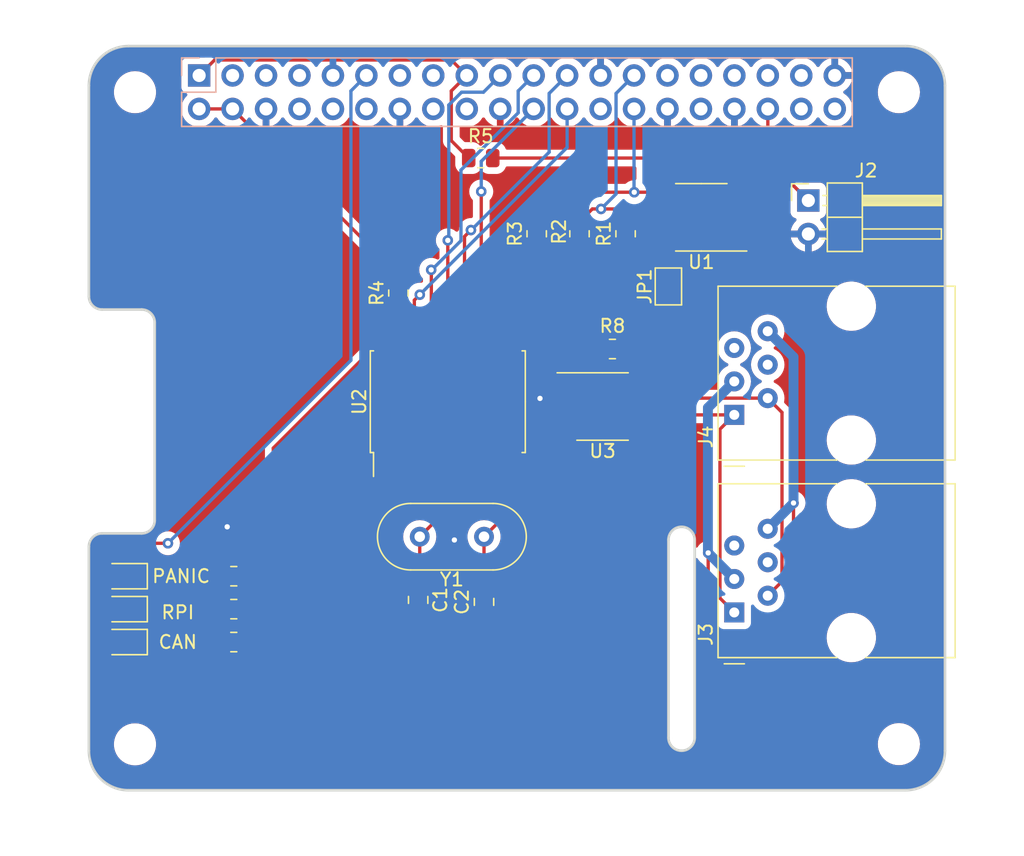
<source format=kicad_pcb>
(kicad_pcb (version 20221018) (generator pcbnew)
  (layers (0 "F.Cu" signal) (31 "B.Cu" signal) (34 "B.Paste" user) (35 "F.Paste" user) (36 "B.SilkS" user "B.Silkscreen") (37 "F.SilkS" user "F.Silkscreen") (38 "B.Mask" user) (39 "F.Mask" user) (44 "Edge.Cuts" user))
  (net 0 "")
  (net 1 "OSC2")
  (net 2 "GND")
  (net 3 "OSC1")
  (net 4 "Net-(D1-Pad1)")
  (net 5 "CAN_+5V")
  (net 6 "Net-(D2-Pad1)")
  (net 7 "+5V")
  (net 8 "Net-(D3-Pad1)")
  (net 9 "PANIC")
  (net 10 "+3V3")
  (net 21 "MOSI")
  (net 22 "MISO")
  (net 23 "CAN_INT")
  (net 24 "SCLK")
  (net 25 "~{CS}")
  (net 32 "TIRETTE")
  (net 36 "CAN_L")
  (net 37 "CAN_H")
  (net 40 "CAN_GND")
  (net 41 "Net-(R1-Pad2)")
  (net 42 "+3.3V")
  (net 43 "ID_SD_EEPROM")
  (net 44 "ID_SC_EEPROM")
  (net 45 "Net-(R4-Pad1)")
  (net 46 "Net-(R8-Pad1)")
  (net 47 "RXD")
  (net 48 "TXD")
  (footprint "Resistor_SMD:R_0805_2012Metric" (layer "F.Cu") (at 180.75 80.5)
    (fp_text reference "R5" (at 0 -1.65) (layer "F.SilkS"))
    (fp_text value "1k")
    (fp_line (start -0.227064 -0.735) (end 0.227064 -0.735) (stroke (width 0.12)) (layer "F.SilkS"))
    (fp_line (start -0.227064 0.735) (end 0.227064 0.735) (stroke (width 0.12)) (layer "F.SilkS"))
    (pad "1" smd roundrect (at -0.9125 0) (size 1.025 1.4) (layers "F.Cu" "F.Paste" "F.Mask") (roundrect_rratio 0.243902) (net 10 "+3V3"))
    (pad "2" smd roundrect (at 0.9125 0) (size 1.025 1.4) (layers "F.Cu" "F.Paste" "F.Mask") (roundrect_rratio 0.243902) (net 32 "TIRETTE"))
  )
  (footprint "Resistor_SMD:R_0805_2012Metric" (layer "F.Cu") (at 190.75 95 180)
    (fp_text reference "R8" (at 0 1.75) (layer "F.SilkS"))
    (fp_text value "4k7")
    (fp_line (start -0.227064 -0.735) (end 0.227064 -0.735) (stroke (width 0.12)) (layer "F.SilkS"))
    (fp_line (start -0.227064 0.735) (end 0.227064 0.735) (stroke (width 0.12)) (layer "F.SilkS"))
    (pad "1" smd roundrect (at -0.9125 0 180) (size 1.025 1.4) (layers "F.Cu" "F.Paste" "F.Mask") (roundrect_rratio 0.243902) (net 46 "Net-(R8-Pad1)"))
    (pad "2" smd roundrect (at 0.9125 0 180) (size 1.025 1.4) (layers "F.Cu" "F.Paste" "F.Mask") (roundrect_rratio 0.243902) (net 2 "GND"))
  )
  (footprint "Resistor_SMD:R_0805_2012Metric" (layer "F.Cu") (at 191.75 86.25 90)
    (fp_text reference "R1" (at 0 -1.65 90) (layer "F.SilkS"))
    (fp_text value "1k")
    (fp_line (start -0.227064 -0.735) (end 0.227064 -0.735) (stroke (width 0.12)) (layer "F.SilkS"))
    (fp_line (start -0.227064 0.735) (end 0.227064 0.735) (stroke (width 0.12)) (layer "F.SilkS"))
    (pad "1" smd roundrect (at -0.9125 0 90) (size 1.025 1.4) (layers "F.Cu" "F.Paste" "F.Mask") (roundrect_rratio 0.243902) (net 42 "+3.3V"))
    (pad "2" smd roundrect (at 0.9125 0 90) (size 1.025 1.4) (layers "F.Cu" "F.Paste" "F.Mask") (roundrect_rratio 0.243902) (net 41 "Net-(R1-Pad2)"))
  )
  (footprint "MountingHole:MountingHole_2.7mm" (layer "F.Cu") (at 212.5 75.5)
    (fp_text reference "M3" hide)
    (fp_text value "MountingHole_2.7mm")
    (pad "" np_thru_hole circle (at 0 0) (size 2.7 2.7) (drill 2.7) (layers "*.Cu" "*.Mask"))
  )
  (footprint "Jumper:SolderJumper-2_P1.3mm_Open_TrianglePad1.0x1.5mm" (layer "F.Cu") (at 195 90.25 90)
    (fp_text reference "JP1" (at 0 -1.8 90) (layer "F.SilkS"))
    (fp_text value "SolderJumper_2_Open")
    (fp_line (start -1.4 -1) (end 1.4 -1) (stroke (width 0.12)) (layer "F.SilkS"))
    (fp_line (start -1.4 1) (end -1.4 -1) (stroke (width 0.12)) (layer "F.SilkS"))
    (fp_line (start 1.4 -1) (end 1.4 1) (stroke (width 0.12)) (layer "F.SilkS"))
    (fp_line (start 1.4 1) (end -1.4 1) (stroke (width 0.12)) (layer "F.SilkS"))
    (pad "1" smd custom (at -0.725 0 90) (size 0.3 0.3) (layers "F.Cu" "F.Mask") (net 2 "GND") (options (clearance outline) (anchor rect)) (primitives (gr_poly (pts (xy 1 0) (xy 0.5 0.75) (xy -0.5 0.75) (xy -0.5 -0.75) (xy 0.5 -0.75)) (width 0) (fill yes))))
    (pad "2" smd custom (at 0.725 0 90) (size 0.3 0.3) (layers "F.Cu" "F.Mask") (net 41 "Net-(R1-Pad2)") (options (clearance outline) (anchor rect)) (primitives (gr_poly (pts (xy 0.5 0.75) (xy -0.65 0.75) (xy -0.15 0) (xy -0.65 -0.75) (xy 0.5 -0.75)) (width 0) (fill yes))))
  )
  (footprint "MountingHole:MountingHole_2.7mm" (layer "F.Cu") (at 212.5 125)
    (fp_text reference "M2" hide)
    (fp_text value "MountingHole_2.7mm")
    (pad "" np_thru_hole circle (at 0 0) (size 2.7 2.7) (drill 2.7) (layers "*.Cu" "*.Mask"))
  )
  (footprint "Connector_PinHeader_2.54mm:PinHeader_1x02_P2.54mm_Horizontal" (layer "F.Cu") (at 205.625 83.725)
    (fp_text reference "J2" (at 4.385 -2.27) (layer "F.SilkS"))
    (fp_text value "Conn_01x02_Male")
    (fp_line (start -1.27 -1.27) (end 0 -1.27) (stroke (width 0.12)) (layer "F.SilkS"))
    (fp_line (start -1.27 0) (end -1.27 -1.27) (stroke (width 0.12)) (layer "F.SilkS"))
    (fp_line (start 1.042929 2.16) (end 1.44 2.16) (stroke (width 0.12)) (layer "F.SilkS"))
    (fp_line (start 1.042929 2.92) (end 1.44 2.92) (stroke (width 0.12)) (layer "F.SilkS"))
    (fp_line (start 1.11 -0.38) (end 1.44 -0.38) (stroke (width 0.12)) (layer "F.SilkS"))
    (fp_line (start 1.11 0.38) (end 1.44 0.38) (stroke (width 0.12)) (layer "F.SilkS"))
    (fp_line (start 1.44 -1.33) (end 1.44 3.87) (stroke (width 0.12)) (layer "F.SilkS"))
    (fp_line (start 1.44 1.27) (end 4.1 1.27) (stroke (width 0.12)) (layer "F.SilkS"))
    (fp_line (start 1.44 3.87) (end 4.1 3.87) (stroke (width 0.12)) (layer "F.SilkS"))
    (fp_line (start 4.1 -1.33) (end 1.44 -1.33) (stroke (width 0.12)) (layer "F.SilkS"))
    (fp_line (start 4.1 -0.38) (end 10.1 -0.38) (stroke (width 0.12)) (layer "F.SilkS"))
    (fp_line (start 4.1 -0.32) (end 10.1 -0.32) (stroke (width 0.12)) (layer "F.SilkS"))
    (fp_line (start 4.1 -0.2) (end 10.1 -0.2) (stroke (width 0.12)) (layer "F.SilkS"))
    (fp_line (start 4.1 -0.08) (end 10.1 -0.08) (stroke (width 0.12)) (layer "F.SilkS"))
    (fp_line (start 4.1 0.04) (end 10.1 0.04) (stroke (width 0.12)) (layer "F.SilkS"))
    (fp_line (start 4.1 0.16) (end 10.1 0.16) (stroke (width 0.12)) (layer "F.SilkS"))
    (fp_line (start 4.1 0.28) (end 10.1 0.28) (stroke (width 0.12)) (layer "F.SilkS"))
    (fp_line (start 4.1 2.16) (end 10.1 2.16) (stroke (width 0.12)) (layer "F.SilkS"))
    (fp_line (start 4.1 3.87) (end 4.1 -1.33) (stroke (width 0.12)) (layer "F.SilkS"))
    (fp_line (start 10.1 -0.38) (end 10.1 0.38) (stroke (width 0.12)) (layer "F.SilkS"))
    (fp_line (start 10.1 0.38) (end 4.1 0.38) (stroke (width 0.12)) (layer "F.SilkS"))
    (fp_line (start 10.1 2.16) (end 10.1 2.92) (stroke (width 0.12)) (layer "F.SilkS"))
    (fp_line (start 10.1 2.92) (end 4.1 2.92) (stroke (width 0.12)) (layer "F.SilkS"))
    (pad "1" thru_hole rect (at 0 0) (size 1.7 1.7) (drill 1) (layers "*.Cu" "*.Mask") (net 32 "TIRETTE"))
    (pad "2" thru_hole oval (at 0 2.54) (size 1.7 1.7) (drill 1) (layers "*.Cu" "*.Mask") (net 2 "GND"))
  )
  (footprint "Resistor_SMD:R_0805_2012Metric" (layer "F.Cu") (at 162 117.25)
    (fp_text reference "R6" hide)
    (fp_text value "330")
    (fp_line (start -0.227064 -0.735) (end 0.227064 -0.735) (stroke (width 0.12)) (layer "F.SilkS"))
    (fp_line (start -0.227064 0.735) (end 0.227064 0.735) (stroke (width 0.12)) (layer "F.SilkS"))
    (pad "1" smd roundrect (at -0.9125 0) (size 1.025 1.4) (layers "F.Cu" "F.Paste" "F.Mask") (roundrect_rratio 0.243902) (net 4 "Net-(D1-Pad1)"))
    (pad "2" smd roundrect (at 0.9125 0) (size 1.025 1.4) (layers "F.Cu" "F.Paste" "F.Mask") (roundrect_rratio 0.243902) (net 40 "CAN_GND"))
  )
  (footprint "Capacitor_SMD:C_0805_2012Metric" (layer "F.Cu") (at 181 114.2 90)
    (fp_text reference "C2" (at 0 -1.68 90) (layer "F.SilkS"))
    (fp_text value "18p")
    (fp_line (start -0.261252 -0.735) (end 0.261252 -0.735) (stroke (width 0.12)) (layer "F.SilkS"))
    (fp_line (start -0.261252 0.735) (end 0.261252 0.735) (stroke (width 0.12)) (layer "F.SilkS"))
    (pad "1" smd roundrect (at -0.95 0 90) (size 1 1.45) (layers "F.Cu" "F.Paste" "F.Mask") (net 2 "GND"))
    (pad "2" smd roundrect (at 0.95 0 90) (size 1 1.45) (layers "F.Cu" "F.Paste" "F.Mask") (net 3 "OSC1"))
  )
  (footprint "LED_SMD:LED_0805_2012Metric" (layer "F.Cu") (at 153.75 112.25 180)
    (fp_text reference "D3" hide)
    (fp_text value "LED PANIC")
    (fp_line (start -1.685 -0.96) (end -1.685 0.96) (stroke (width 0.12)) (layer "F.SilkS"))
    (fp_line (start -1.685 0.96) (end 1 0.96) (stroke (width 0.12)) (layer "F.SilkS"))
    (fp_line (start 1 -0.96) (end -1.685 -0.96) (stroke (width 0.12)) (layer "F.SilkS"))
    (pad "1" smd roundrect (at -0.9375 0 180) (size 0.975 1.4) (layers "F.Cu" "F.Paste" "F.Mask") (net 8 "Net-(D3-Pad1)"))
    (pad "2" smd roundrect (at 0.9375 0 180) (size 0.975 1.4) (layers "F.Cu" "F.Paste" "F.Mask") (net 9 "PANIC"))
  )
  (footprint "MountingHole:MountingHole_2.7mm" (layer "F.Cu") (at 154.5 75.5)
    (fp_text reference "M4" hide)
    (fp_text value "MountingHole_2.7mm")
    (pad "" np_thru_hole circle (at 0 0) (size 2.7 2.7) (drill 2.7) (layers "*.Cu" "*.Mask"))
  )
  (footprint "LED_SMD:LED_0805_2012Metric" (layer "F.Cu") (at 153.75 114.75 180)
    (fp_text reference "D2" hide)
    (fp_text value "LED Pwr RPI")
    (fp_line (start -1.685 -0.96) (end -1.685 0.96) (stroke (width 0.12)) (layer "F.SilkS"))
    (fp_line (start -1.685 0.96) (end 1 0.96) (stroke (width 0.12)) (layer "F.SilkS"))
    (fp_line (start 1 -0.96) (end -1.685 -0.96) (stroke (width 0.12)) (layer "F.SilkS"))
    (pad "1" smd roundrect (at -0.9375 0 180) (size 0.975 1.4) (layers "F.Cu" "F.Paste" "F.Mask") (net 6 "Net-(D2-Pad1)"))
    (pad "2" smd roundrect (at 0.9375 0 180) (size 0.975 1.4) (layers "F.Cu" "F.Paste" "F.Mask") (net 7 "+5V"))
  )
  (footprint "Robot:RJ12" (layer "F.Cu") (at 200 100 90)
    (fp_text reference "J4" (at -1.67 -2.16 90) (layer "F.SilkS"))
    (fp_text value "RJ_can")
    (fp_line (start -3.9 0.77) (end -3.9 -0.76) (stroke (width 0.12)) (layer "F.SilkS"))
    (fp_line (start -3.43 -1.23) (end 9.77 -1.23) (stroke (width 0.12)) (layer "F.SilkS"))
    (fp_line (start -3.43 7.72) (end -3.43 7.79) (stroke (width 0.1)) (layer "F.SilkS"))
    (fp_line (start -3.43 7.79) (end -3.43 -1.23) (stroke (width 0.12)) (layer "F.SilkS"))
    (fp_line (start -3.43 16.77) (end -3.43 9.99) (stroke (width 0.12)) (layer "F.SilkS"))
    (fp_line (start 9.77 -1.23) (end 9.77 7.79) (stroke (width 0.12)) (layer "F.SilkS"))
    (fp_line (start 9.77 16.65) (end 9.77 16.77) (stroke (width 0.1)) (layer "F.SilkS"))
    (fp_line (start 9.77 16.76) (end 9.77 16.77) (stroke (width 0.1)) (layer "F.SilkS"))
    (fp_line (start 9.77 16.77) (end -3.43 16.77) (stroke (width 0.12)) (layer "F.SilkS"))
    (fp_line (start 9.77 16.77) (end 9.77 9.99) (stroke (width 0.12)) (layer "F.SilkS"))
    (pad "" np_thru_hole circle (at -1.91 8.89 90) (size 3.25 3.25) (drill 3.25) (layers "*.Cu" "*.Mask"))
    (pad "" np_thru_hole circle (at 8.25 8.89 90) (size 3.25 3.25) (drill 3.25) (layers "*.Cu" "*.Mask"))
    (pad "1" thru_hole rect (at 0 0 90) (size 1.52 1.52) (drill 0.76) (layers "*.Cu" "*.Mask") (net 36 "CAN_L"))
    (pad "2" thru_hole circle (at 1.27 2.54 90) (size 1.52 1.52) (drill 0.76) (layers "*.Cu" "*.Mask") (net 37 "CAN_H"))
    (pad "3" thru_hole circle (at 2.54 0 90) (size 1.52 1.52) (drill 0.76) (layers "*.Cu" "*.Mask") (net 5 "CAN_+5V"))
    (pad "4" thru_hole circle (at 3.81 2.54 90) (size 1.52 1.52) (drill 0.76) (layers "*.Cu" "*.Mask"))
    (pad "5" thru_hole circle (at 5.08 0 90) (size 1.52 1.52) (drill 0.76) (layers "*.Cu" "*.Mask"))
    (pad "6" thru_hole circle (at 6.35 2.54 90) (size 1.52 1.52) (drill 0.76) (layers "*.Cu" "*.Mask") (net 40 "CAN_GND"))
  )
  (footprint "Package_SO:SOIC-8_3.9x4.9mm_P1.27mm" (layer "F.Cu") (at 197.5 85 180)
    (fp_text reference "U1" (at 0 -3.4) (layer "F.SilkS"))
    (fp_text value "CAT24C128" (at 0 3.4) (layer "F.Cu"))
    (fp_line (start 0 -2.56) (end -3.45 -2.56) (stroke (width 0.12)) (layer "F.SilkS"))
    (fp_line (start 0 -2.56) (end 1.95 -2.56) (stroke (width 0.12)) (layer "F.SilkS"))
    (fp_line (start 0 2.56) (end -1.95 2.56) (stroke (width 0.12)) (layer "F.SilkS"))
    (fp_line (start 0 2.56) (end 1.95 2.56) (stroke (width 0.12)) (layer "F.SilkS"))
    (pad "1" smd roundrect (at -2.475 -1.905 180) (size 1.95 0.6) (layers "F.Cu" "F.Paste" "F.Mask") (net 2 "GND"))
    (pad "2" smd roundrect (at -2.475 -0.635 180) (size 1.95 0.6) (layers "F.Cu" "F.Paste" "F.Mask") (net 2 "GND"))
    (pad "3" smd roundrect (at -2.475 0.635 180) (size 1.95 0.6) (layers "F.Cu" "F.Paste" "F.Mask") (net 2 "GND"))
    (pad "4" smd roundrect (at -2.475 1.905 180) (size 1.95 0.6) (layers "F.Cu" "F.Paste" "F.Mask") (net 2 "GND"))
    (pad "5" smd roundrect (at 2.475 1.905 180) (size 1.95 0.6) (layers "F.Cu" "F.Paste" "F.Mask") (net 44 "ID_SC_EEPROM"))
    (pad "6" smd roundrect (at 2.475 0.635 180) (size 1.95 0.6) (layers "F.Cu" "F.Paste" "F.Mask") (net 43 "ID_SD_EEPROM"))
    (pad "7" smd roundrect (at 2.475 -0.635 180) (size 1.95 0.6) (layers "F.Cu" "F.Paste" "F.Mask") (net 41 "Net-(R1-Pad2)"))
    (pad "8" smd roundrect (at 2.475 -1.905 180) (size 1.95 0.6) (layers "F.Cu" "F.Paste" "F.Mask") (net 42 "+3.3V"))
  )
  (footprint "MountingHole:MountingHole_2.7mm" (layer "F.Cu") (at 154.5 125.015)
    (fp_text reference "M1" hide)
    (fp_text value "MountingHole_2.7mm")
    (pad "" np_thru_hole circle (at 0 0) (size 2.7 2.7) (drill 2.7) (layers "*.Cu" "*.Mask"))
  )
  (footprint "Crystal:Crystal_HC49-U_Vertical" (layer "F.Cu") (at 181 109.25 180)
    (fp_text reference "Y1" (at 2.44 -3.25) (layer "F.SilkS"))
    (fp_text value "8MHz" (at 2.44 -2) (layer "F.Cu"))
    (fp_line (start -0.685 -2.525) (end 5.565 -2.525) (stroke (width 0.12)) (layer "F.SilkS"))
    (fp_line (start -0.685 2.525) (end 5.565 2.525) (stroke (width 0.12)) (layer "F.SilkS"))
    (fp_arc (start -0.685 2.525) (mid -3.21 0) (end -0.685 -2.525) (stroke (width 0.12)) (layer "F.SilkS"))
    (fp_arc (start 5.565 -2.525) (mid 8.09 0) (end 5.565 2.525) (stroke (width 0.12)) (layer "F.SilkS"))
    (pad "1" thru_hole circle (at 0 0 180) (size 1.5 1.5) (drill 0.8) (layers "*.Cu" "*.Mask") (net 3 "OSC1"))
    (pad "2" thru_hole circle (at 4.88 0 180) (size 1.5 1.5) (drill 0.8) (layers "*.Cu" "*.Mask") (net 1 "OSC2"))
  )
  (footprint "Robot:RJ12" (layer "F.Cu") (at 200 115 90)
    (fp_text reference "J3" (at -1.67 -2.16 90) (layer "F.SilkS"))
    (fp_text value "RJ_can")
    (fp_line (start -3.9 0.77) (end -3.9 -0.76) (stroke (width 0.12)) (layer "F.SilkS"))
    (fp_line (start -3.43 -1.23) (end 9.77 -1.23) (stroke (width 0.12)) (layer "F.SilkS"))
    (fp_line (start -3.43 7.72) (end -3.43 7.79) (stroke (width 0.1)) (layer "F.SilkS"))
    (fp_line (start -3.43 7.79) (end -3.43 -1.23) (stroke (width 0.12)) (layer "F.SilkS"))
    (fp_line (start -3.43 16.77) (end -3.43 9.99) (stroke (width 0.12)) (layer "F.SilkS"))
    (fp_line (start 9.77 -1.23) (end 9.77 7.79) (stroke (width 0.12)) (layer "F.SilkS"))
    (fp_line (start 9.77 16.65) (end 9.77 16.77) (stroke (width 0.1)) (layer "F.SilkS"))
    (fp_line (start 9.77 16.76) (end 9.77 16.77) (stroke (width 0.1)) (layer "F.SilkS"))
    (fp_line (start 9.77 16.77) (end -3.43 16.77) (stroke (width 0.12)) (layer "F.SilkS"))
    (fp_line (start 9.77 16.77) (end 9.77 9.99) (stroke (width 0.12)) (layer "F.SilkS"))
    (pad "" np_thru_hole circle (at -1.91 8.89 90) (size 3.25 3.25) (drill 3.25) (layers "*.Cu" "*.Mask"))
    (pad "" np_thru_hole circle (at 8.25 8.89 90) (size 3.25 3.25) (drill 3.25) (layers "*.Cu" "*.Mask"))
    (pad "1" thru_hole rect (at 0 0 90) (size 1.52 1.52) (drill 0.76) (layers "*.Cu" "*.Mask") (net 36 "CAN_L"))
    (pad "2" thru_hole circle (at 1.27 2.54 90) (size 1.52 1.52) (drill 0.76) (layers "*.Cu" "*.Mask") (net 37 "CAN_H"))
    (pad "3" thru_hole circle (at 2.54 0 90) (size 1.52 1.52) (drill 0.76) (layers "*.Cu" "*.Mask") (net 5 "CAN_+5V"))
    (pad "4" thru_hole circle (at 3.81 2.54 90) (size 1.52 1.52) (drill 0.76) (layers "*.Cu" "*.Mask"))
    (pad "5" thru_hole circle (at 5.08 0 90) (size 1.52 1.52) (drill 0.76) (layers "*.Cu" "*.Mask"))
    (pad "6" thru_hole circle (at 6.35 2.54 90) (size 1.52 1.52) (drill 0.76) (layers "*.Cu" "*.Mask") (net 40 "CAN_GND"))
  )
  (footprint "LED_SMD:LED_0805_2012Metric" (layer "F.Cu") (at 153.75 117.25 180)
    (fp_text reference "D1" hide)
    (fp_text value "LED Pwr CAN")
    (fp_line (start -1.685 -0.96) (end -1.685 0.96) (stroke (width 0.12)) (layer "F.SilkS"))
    (fp_line (start -1.685 0.96) (end 1 0.96) (stroke (width 0.12)) (layer "F.SilkS"))
    (fp_line (start 1 -0.96) (end -1.685 -0.96) (stroke (width 0.12)) (layer "F.SilkS"))
    (pad "1" smd roundrect (at -0.9375 0 180) (size 0.975 1.4) (layers "F.Cu" "F.Paste" "F.Mask") (net 4 "Net-(D1-Pad1)"))
    (pad "2" smd roundrect (at 0.9375 0 180) (size 0.975 1.4) (layers "F.Cu" "F.Paste" "F.Mask") (net 5 "CAN_+5V"))
  )
  (footprint "Capacitor_SMD:C_0805_2012Metric" (layer "F.Cu") (at 176 114.05 -90)
    (fp_text reference "C1" (at 0 -1.68 90) (layer "F.SilkS"))
    (fp_text value "18p")
    (fp_line (start -0.261252 -0.735) (end 0.261252 -0.735) (stroke (width 0.12)) (layer "F.SilkS"))
    (fp_line (start -0.261252 0.735) (end 0.261252 0.735) (stroke (width 0.12)) (layer "F.SilkS"))
    (pad "1" smd roundrect (at -0.95 0 270) (size 1 1.45) (layers "F.Cu" "F.Paste" "F.Mask") (net 1 "OSC2"))
    (pad "2" smd roundrect (at 0.95 0 270) (size 1 1.45) (layers "F.Cu" "F.Paste" "F.Mask") (net 2 "GND"))
  )
  (footprint "Resistor_SMD:R_0805_2012Metric" (layer "F.Cu") (at 185 86.25 90)
    (fp_text reference "R3" (at 0 -1.65 90) (layer "F.SilkS"))
    (fp_text value "3k9")
    (fp_line (start -0.227064 -0.735) (end 0.227064 -0.735) (stroke (width 0.12)) (layer "F.SilkS"))
    (fp_line (start -0.227064 0.735) (end 0.227064 0.735) (stroke (width 0.12)) (layer "F.SilkS"))
    (pad "1" smd roundrect (at -0.9125 0 90) (size 1.025 1.4) (layers "F.Cu" "F.Paste" "F.Mask") (roundrect_rratio 0.243902) (net 42 "+3.3V"))
    (pad "2" smd roundrect (at 0.9125 0 90) (size 1.025 1.4) (layers "F.Cu" "F.Paste" "F.Mask") (roundrect_rratio 0.243902) (net 44 "ID_SC_EEPROM"))
  )
  (footprint "Resistor_SMD:R_0805_2012Metric" (layer "F.Cu") (at 174.5 90.75 90)
    (fp_text reference "R4" (at 0 -1.65 90) (layer "F.SilkS"))
    (fp_text value "10k")
    (fp_line (start -0.227064 -0.735) (end 0.227064 -0.735) (stroke (width 0.12)) (layer "F.SilkS"))
    (fp_line (start -0.227064 0.735) (end 0.227064 0.735) (stroke (width 0.12)) (layer "F.SilkS"))
    (pad "1" smd roundrect (at -0.9125 0 90) (size 1.025 1.4) (layers "F.Cu" "F.Paste" "F.Mask") (roundrect_rratio 0.243902) (net 45 "Net-(R4-Pad1)"))
    (pad "2" smd roundrect (at 0.9125 0 90) (size 1.025 1.4) (layers "F.Cu" "F.Paste" "F.Mask") (roundrect_rratio 0.243902) (net 7 "+5V"))
  )
  (footprint "Resistor_SMD:R_0805_2012Metric" (layer "F.Cu") (at 162 112.25)
    (fp_text reference "R9" hide)
    (fp_text value "330")
    (fp_line (start -0.227064 -0.735) (end 0.227064 -0.735) (stroke (width 0.12)) (layer "F.SilkS"))
    (fp_line (start -0.227064 0.735) (end 0.227064 0.735) (stroke (width 0.12)) (layer "F.SilkS"))
    (pad "1" smd roundrect (at -0.9125 0) (size 1.025 1.4) (layers "F.Cu" "F.Paste" "F.Mask") (roundrect_rratio 0.243902) (net 8 "Net-(D3-Pad1)"))
    (pad "2" smd roundrect (at 0.9125 0) (size 1.025 1.4) (layers "F.Cu" "F.Paste" "F.Mask") (roundrect_rratio 0.243902) (net 2 "GND"))
  )
  (footprint "Package_SO:SOIC-8_3.9x4.9mm_P1.27mm" (layer "F.Cu") (at 190 99.365)
    (fp_text reference "U3" (at 0 3.385) (layer "F.SilkS"))
    (fp_text value "MCP2551-I-SN" (at 1.77 3.4) (layer "F.Cu") (effects (font (size 0.5 0.5) (thickness 0.125))))
    (fp_line (start 0 -2.56) (end -3.45 -2.56) (stroke (width 0.12)) (layer "F.SilkS"))
    (fp_line (start 0 -2.56) (end 1.95 -2.56) (stroke (width 0.12)) (layer "F.SilkS"))
    (fp_line (start 0 2.56) (end -1.95 2.56) (stroke (width 0.12)) (layer "F.SilkS"))
    (fp_line (start 0 2.56) (end 1.95 2.56) (stroke (width 0.12)) (layer "F.SilkS"))
    (pad "1" smd roundrect (at -2.475 -1.905) (size 1.95 0.6) (layers "F.Cu" "F.Paste" "F.Mask") (net 48 "TXD"))
    (pad "2" smd roundrect (at -2.475 -0.635) (size 1.95 0.6) (layers "F.Cu" "F.Paste" "F.Mask") (net 2 "GND"))
    (pad "3" smd roundrect (at -2.475 0.635) (size 1.95 0.6) (layers "F.Cu" "F.Paste" "F.Mask") (net 7 "+5V"))
    (pad "4" smd roundrect (at -2.475 1.905) (size 1.95 0.6) (layers "F.Cu" "F.Paste" "F.Mask") (net 47 "RXD"))
    (pad "5" smd roundrect (at 2.475 1.905) (size 1.95 0.6) (layers "F.Cu" "F.Paste" "F.Mask"))
    (pad "6" smd roundrect (at 2.475 0.635) (size 1.95 0.6) (layers "F.Cu" "F.Paste" "F.Mask") (net 36 "CAN_L"))
    (pad "7" smd roundrect (at 2.475 -0.635) (size 1.95 0.6) (layers "F.Cu" "F.Paste" "F.Mask") (net 37 "CAN_H"))
    (pad "8" smd roundrect (at 2.475 -1.905) (size 1.95 0.6) (layers "F.Cu" "F.Paste" "F.Mask") (net 46 "Net-(R8-Pad1)"))
  )
  (footprint "Resistor_SMD:R_0805_2012Metric" (layer "F.Cu") (at 162 114.75)
    (fp_text reference "R7" hide)
    (fp_text value "330")
    (fp_line (start -0.227064 -0.735) (end 0.227064 -0.735) (stroke (width 0.12)) (layer "F.SilkS"))
    (fp_line (start -0.227064 0.735) (end 0.227064 0.735) (stroke (width 0.12)) (layer "F.SilkS"))
    (pad "1" smd roundrect (at -0.9125 0) (size 1.025 1.4) (layers "F.Cu" "F.Paste" "F.Mask") (roundrect_rratio 0.243902) (net 6 "Net-(D2-Pad1)"))
    (pad "2" smd roundrect (at 0.9125 0) (size 1.025 1.4) (layers "F.Cu" "F.Paste" "F.Mask") (roundrect_rratio 0.243902) (net 2 "GND"))
  )
  (footprint "Package_SO:SOIC-18W_7.5x11.6mm_P1.27mm" (layer "F.Cu") (at 178.25 99 90)
    (fp_text reference "U2" (at 0 -6.72 90) (layer "F.SilkS"))
    (fp_text value "MCP2515-xSO" (at -3.87 -6.8 90) (layer "F.Cu") (effects (font (size 0.5 0.5) (thickness 0.125))))
    (fp_line (start -3.86 -5.885) (end -3.86 -5.64) (stroke (width 0.12)) (layer "F.SilkS"))
    (fp_line (start -3.86 -5.64) (end -5.675 -5.64) (stroke (width 0.12)) (layer "F.SilkS"))
    (fp_line (start -3.86 5.885) (end -3.86 5.64) (stroke (width 0.12)) (layer "F.SilkS"))
    (fp_line (start 0 -5.885) (end -3.86 -5.885) (stroke (width 0.12)) (layer "F.SilkS"))
    (fp_line (start 0 -5.885) (end 3.86 -5.885) (stroke (width 0.12)) (layer "F.SilkS"))
    (fp_line (start 0 5.885) (end -3.86 5.885) (stroke (width 0.12)) (layer "F.SilkS"))
    (fp_line (start 0 5.885) (end 3.86 5.885) (stroke (width 0.12)) (layer "F.SilkS"))
    (fp_line (start 3.86 -5.885) (end 3.86 -5.64) (stroke (width 0.12)) (layer "F.SilkS"))
    (fp_line (start 3.86 5.885) (end 3.86 5.64) (stroke (width 0.12)) (layer "F.SilkS"))
    (pad "1" smd roundrect (at -4.65 -5.08 90) (size 2.05 0.6) (layers "F.Cu" "F.Paste" "F.Mask") (net 47 "RXD"))
    (pad "2" smd roundrect (at -4.65 -3.81 90) (size 2.05 0.6) (layers "F.Cu" "F.Paste" "F.Mask") (net 48 "TXD"))
    (pad "3" smd roundrect (at -4.65 -2.54 90) (size 2.05 0.6) (layers "F.Cu" "F.Paste" "F.Mask"))
    (pad "4" smd roundrect (at -4.65 -1.27 90) (size 2.05 0.6) (layers "F.Cu" "F.Paste" "F.Mask"))
    (pad "5" smd roundrect (at -4.65 0 90) (size 2.05 0.6) (layers "F.Cu" "F.Paste" "F.Mask"))
    (pad "6" smd roundrect (at -4.65 1.27 90) (size 2.05 0.6) (layers "F.Cu" "F.Paste" "F.Mask"))
    (pad "7" smd roundrect (at -4.65 2.54 90) (size 2.05 0.6) (layers "F.Cu" "F.Paste" "F.Mask") (net 1 "OSC2"))
    (pad "8" smd roundrect (at -4.65 3.81 90) (size 2.05 0.6) (layers "F.Cu" "F.Paste" "F.Mask") (net 3 "OSC1"))
    (pad "9" smd roundrect (at -4.65 5.08 90) (size 2.05 0.6) (layers "F.Cu" "F.Paste" "F.Mask") (net 2 "GND"))
    (pad "10" smd roundrect (at 4.65 5.08 90) (size 2.05 0.6) (layers "F.Cu" "F.Paste" "F.Mask"))
    (pad "11" smd roundrect (at 4.65 3.81 90) (size 2.05 0.6) (layers "F.Cu" "F.Paste" "F.Mask"))
    (pad "12" smd roundrect (at 4.65 2.54 90) (size 2.05 0.6) (layers "F.Cu" "F.Paste" "F.Mask") (net 23 "CAN_INT"))
    (pad "13" smd roundrect (at 4.65 1.27 90) (size 2.05 0.6) (layers "F.Cu" "F.Paste" "F.Mask") (net 24 "SCLK"))
    (pad "14" smd roundrect (at 4.65 0 90) (size 2.05 0.6) (layers "F.Cu" "F.Paste" "F.Mask") (net 21 "MOSI"))
    (pad "15" smd roundrect (at 4.65 -1.27 90) (size 2.05 0.6) (layers "F.Cu" "F.Paste" "F.Mask") (net 22 "MISO"))
    (pad "16" smd roundrect (at 4.65 -2.54 90) (size 2.05 0.6) (layers "F.Cu" "F.Paste" "F.Mask") (net 25 "~{CS}"))
    (pad "17" smd roundrect (at 4.65 -3.81 90) (size 2.05 0.6) (layers "F.Cu" "F.Paste" "F.Mask") (net 45 "Net-(R4-Pad1)"))
    (pad "18" smd roundrect (at 4.65 -5.08 90) (size 2.05 0.6) (layers "F.Cu" "F.Paste" "F.Mask") (net 7 "+5V"))
  )
  (footprint "Resistor_SMD:R_0805_2012Metric" (layer "F.Cu") (at 188.25 86.25 90)
    (fp_text reference "R2" (at 0.16 -1.55 90) (layer "F.SilkS"))
    (fp_text value "3k9")
    (fp_line (start -0.227064 -0.735) (end 0.227064 -0.735) (stroke (width 0.12)) (layer "F.SilkS"))
    (fp_line (start -0.227064 0.735) (end 0.227064 0.735) (stroke (width 0.12)) (layer "F.SilkS"))
    (pad "1" smd roundrect (at -0.9125 0 90) (size 1.025 1.4) (layers "F.Cu" "F.Paste" "F.Mask") (roundrect_rratio 0.243902) (net 42 "+3.3V"))
    (pad "2" smd roundrect (at 0.9125 0 90) (size 1.025 1.4) (layers "F.Cu" "F.Paste" "F.Mask") (roundrect_rratio 0.243902) (net 43 "ID_SD_EEPROM"))
  )
  (footprint "Connector_PinHeader_2.54mm:PinHeader_2x20_P2.54mm_Vertical" (layer "B.Cu") (at 159.37 74.23 -90)
    (fp_text reference "J1" hide)
    (fp_text value "Raspberry_Pi_2_3")
    (fp_line (start -1.33 -49.59) (end 3.87 -49.59) (stroke (width 0.12)) (layer "B.SilkS"))
    (fp_line (start -1.33 -1.27) (end -1.33 -49.59) (stroke (width 0.12)) (layer "B.SilkS"))
    (fp_line (start -1.33 -1.27) (end 1.27 -1.27) (stroke (width 0.12)) (layer "B.SilkS"))
    (fp_line (start -1.33 0) (end -1.33 1.33) (stroke (width 0.12)) (layer "B.SilkS"))
    (fp_line (start -1.33 1.33) (end 0 1.33) (stroke (width 0.12)) (layer "B.SilkS"))
    (fp_line (start 1.27 -1.27) (end 1.27 1.33) (stroke (width 0.12)) (layer "B.SilkS"))
    (fp_line (start 1.27 1.33) (end 3.87 1.33) (stroke (width 0.12)) (layer "B.SilkS"))
    (fp_line (start 3.87 1.33) (end 3.87 -49.59) (stroke (width 0.12)) (layer "B.SilkS"))
    (pad "1" thru_hole rect (at 0 0 270) (size 1.7 1.7) (drill 1) (layers "*.Cu" "*.Mask") (net 10 "+3V3"))
    (pad "2" thru_hole oval (at 2.54 0 270) (size 1.7 1.7) (drill 1) (layers "*.Cu" "*.Mask") (net 7 "+5V"))
    (pad "3" thru_hole oval (at 0 -2.54 270) (size 1.7 1.7) (drill 1) (layers "*.Cu" "*.Mask"))
    (pad "4" thru_hole oval (at 2.54 -2.54 270) (size 1.7 1.7) (drill 1) (layers "*.Cu" "*.Mask") (net 7 "+5V"))
    (pad "5" thru_hole oval (at 0 -5.08 270) (size 1.7 1.7) (drill 1) (layers "*.Cu" "*.Mask"))
    (pad "6" thru_hole oval (at 2.54 -5.08 270) (size 1.7 1.7) (drill 1) (layers "*.Cu" "*.Mask") (net 2 "GND"))
    (pad "7" thru_hole oval (at 0 -7.62 270) (size 1.7 1.7) (drill 1) (layers "*.Cu" "*.Mask"))
    (pad "8" thru_hole oval (at 2.54 -7.62 270) (size 1.7 1.7) (drill 1) (layers "*.Cu" "*.Mask"))
    (pad "9" thru_hole oval (at 0 -10.16 270) (size 1.7 1.7) (drill 1) (layers "*.Cu" "*.Mask") (net 2 "GND"))
    (pad "10" thru_hole oval (at 2.54 -10.16 270) (size 1.7 1.7) (drill 1) (layers "*.Cu" "*.Mask"))
    (pad "11" thru_hole oval (at 0 -12.7 270) (size 1.7 1.7) (drill 1) (layers "*.Cu" "*.Mask") (net 9 "PANIC"))
    (pad "12" thru_hole oval (at 2.54 -12.7 270) (size 1.7 1.7) (drill 1) (layers "*.Cu" "*.Mask"))
    (pad "13" thru_hole oval (at 0 -15.24 270) (size 1.7 1.7) (drill 1) (layers "*.Cu" "*.Mask"))
    (pad "14" thru_hole oval (at 2.54 -15.24 270) (size 1.7 1.7) (drill 1) (layers "*.Cu" "*.Mask") (net 2 "GND"))
    (pad "15" thru_hole oval (at 0 -17.78 270) (size 1.7 1.7) (drill 1) (layers "*.Cu" "*.Mask"))
    (pad "16" thru_hole oval (at 2.54 -17.78 270) (size 1.7 1.7) (drill 1) (layers "*.Cu" "*.Mask"))
    (pad "17" thru_hole oval (at 0 -20.32 270) (size 1.7 1.7) (drill 1) (layers "*.Cu" "*.Mask") (net 10 "+3V3"))
    (pad "18" thru_hole oval (at 2.54 -20.32 270) (size 1.7 1.7) (drill 1) (layers "*.Cu" "*.Mask"))
    (pad "19" thru_hole oval (at 0 -22.86 270) (size 1.7 1.7) (drill 1) (layers "*.Cu" "*.Mask") (net 21 "MOSI"))
    (pad "20" thru_hole oval (at 2.54 -22.86 270) (size 1.7 1.7) (drill 1) (layers "*.Cu" "*.Mask") (net 2 "GND"))
    (pad "21" thru_hole oval (at 0 -25.4 270) (size 1.7 1.7) (drill 1) (layers "*.Cu" "*.Mask") (net 22 "MISO"))
    (pad "22" thru_hole oval (at 2.54 -25.4 270) (size 1.7 1.7) (drill 1) (layers "*.Cu" "*.Mask") (net 23 "CAN_INT"))
    (pad "23" thru_hole oval (at 0 -27.94 270) (size 1.7 1.7) (drill 1) (layers "*.Cu" "*.Mask") (net 24 "SCLK"))
    (pad "24" thru_hole oval (at 2.54 -27.94 270) (size 1.7 1.7) (drill 1) (layers "*.Cu" "*.Mask") (net 25 "~{CS}"))
    (pad "25" thru_hole oval (at 0 -30.48 270) (size 1.7 1.7) (drill 1) (layers "*.Cu" "*.Mask") (net 2 "GND"))
    (pad "26" thru_hole oval (at 2.54 -30.48 270) (size 1.7 1.7) (drill 1) (layers "*.Cu" "*.Mask"))
    (pad "27" thru_hole oval (at 0 -33.02 270) (size 1.7 1.7) (drill 1) (layers "*.Cu" "*.Mask") (net 43 "ID_SD_EEPROM"))
    (pad "28" thru_hole oval (at 2.54 -33.02 270) (size 1.7 1.7) (drill 1) (layers "*.Cu" "*.Mask") (net 44 "ID_SC_EEPROM"))
    (pad "29" thru_hole oval (at 0 -35.56 270) (size 1.7 1.7) (drill 1) (layers "*.Cu" "*.Mask"))
    (pad "30" thru_hole oval (at 2.54 -35.56 270) (size 1.7 1.7) (drill 1) (layers "*.Cu" "*.Mask") (net 2 "GND"))
    (pad "31" thru_hole oval (at 0 -38.1 270) (size 1.7 1.7) (drill 1) (layers "*.Cu" "*.Mask"))
    (pad "32" thru_hole oval (at 2.54 -38.1 270) (size 1.7 1.7) (drill 1) (layers "*.Cu" "*.Mask"))
    (pad "33" thru_hole oval (at 0 -40.64 270) (size 1.7 1.7) (drill 1) (layers "*.Cu" "*.Mask"))
    (pad "34" thru_hole oval (at 2.54 -40.64 270) (size 1.7 1.7) (drill 1) (layers "*.Cu" "*.Mask") (net 2 "GND"))
    (pad "35" thru_hole oval (at 0 -43.18 270) (size 1.7 1.7) (drill 1) (layers "*.Cu" "*.Mask"))
    (pad "36" thru_hole oval (at 2.54 -43.18 270) (size 1.7 1.7) (drill 1) (layers "*.Cu" "*.Mask") (net 32 "TIRETTE"))
    (pad "37" thru_hole oval (at 0 -45.72 270) (size 1.7 1.7) (drill 1) (layers "*.Cu" "*.Mask"))
    (pad "38" thru_hole oval (at 2.54 -45.72 270) (size 1.7 1.7) (drill 1) (layers "*.Cu" "*.Mask"))
    (pad "39" thru_hole oval (at 0 -48.26 270) (size 1.7 1.7) (drill 1) (layers "*.Cu" "*.Mask") (net 2 "GND"))
    (pad "40" thru_hole oval (at 2.54 -48.26 270) (size 1.7 1.7) (drill 1) (layers "*.Cu" "*.Mask"))
  )
  (gr_arc (start 154 128.5) (mid 151.87868 127.62132) (end 151 125.5) (stroke (width 0.2)) (layer "Edge.Cuts"))
  (gr_line (start 156 93) (end 156 108) (stroke (width 0.2)) (layer "Edge.Cuts"))
  (gr_line (start 195 124.5) (end 195 109.5) (stroke (width 0.2)) (layer "Edge.Cuts"))
  (gr_arc (start 151 110) (mid 151.292893 109.292893) (end 152 109) (stroke (width 0.2)) (layer "Edge.Cuts"))
  (gr_arc (start 151 75) (mid 151.87868 72.87868) (end 154 72) (stroke (width 0.2)) (layer "Edge.Cuts"))
  (gr_line (start 154 72) (end 213 72) (stroke (width 0.2)) (layer "Edge.Cuts"))
  (gr_line (start 151 110) (end 151 125.5) (stroke (width 0.2)) (layer "Edge.Cuts"))
  (gr_arc (start 155 92) (mid 155.707107 92.292893) (end 156 93) (stroke (width 0.2)) (layer "Edge.Cuts"))
  (gr_arc (start 156 108) (mid 155.707107 108.707107) (end 155 109) (stroke (width 0.2)) (layer "Edge.Cuts"))
  (gr_arc (start 196 108.5) (mid 196.707107 108.792893) (end 197 109.5) (stroke (width 0.2)) (layer "Edge.Cuts"))
  (gr_line (start 197 109.5) (end 197 124.5) (stroke (width 0.2)) (layer "Edge.Cuts"))
  (gr_line (start 152 109) (end 155 109) (stroke (width 0.2)) (layer "Edge.Cuts"))
  (gr_line (start 151 75) (end 151 91) (stroke (width 0.2)) (layer "Edge.Cuts"))
  (gr_arc (start 196 125.5) (mid 195.292893 125.207107) (end 195 124.5) (stroke (width 0.2)) (layer "Edge.Cuts"))
  (gr_line (start 152 92) (end 155 92) (stroke (width 0.2)) (layer "Edge.Cuts"))
  (gr_line (start 216 75) (end 216 125.5) (stroke (width 0.2)) (layer "Edge.Cuts"))
  (gr_arc (start 195 109.5) (mid 195.292893 108.792893) (end 196 108.5) (stroke (width 0.2)) (layer "Edge.Cuts"))
  (gr_arc (start 216 125.5) (mid 215.12132 127.62132) (end 213 128.5) (stroke (width 0.2)) (layer "Edge.Cuts"))
  (gr_line (start 154 128.5) (end 213 128.5) (stroke (width 0.2)) (layer "Edge.Cuts"))
  (gr_arc (start 213 72) (mid 215.12132 72.87868) (end 216 75) (stroke (width 0.2)) (layer "Edge.Cuts"))
  (gr_arc (start 197 124.5) (mid 196.707107 125.207107) (end 196 125.5) (stroke (width 0.2)) (layer "Edge.Cuts"))
  (gr_arc (start 152 92) (mid 151.292893 91.707107) (end 151 91) (stroke (width 0.2)) (layer "Edge.Cuts"))
  (gr_text "PANIC" (at 158 112.25) (layer "F.SilkS") (effects (font (size 1 1))))
  (gr_text "CAN" (at 157.75 117.25) (layer "F.SilkS") (effects (font (size 1 1))))
  (gr_text "RPI" (at 157.75 115) (layer "F.SilkS") (effects (font (size 1 1))))
  (segment (start 180.79 104.58) (end 176.12 109.25) (width 0.25) (layer "F.Cu") (net 1))
  (segment (start 176.12 112.98) (end 176.12 109.25) (width 0.25) (layer "F.Cu") (net 1))
  (segment (start 176 113.1) (end 176.12 112.98) (width 0.25) (layer "F.Cu") (net 1))
  (segment (start 180.79 103.65) (end 180.79 104.58) (width 0.25) (layer "F.Cu") (net 1))
  (via (at 185.25 98.75) (size 0.8) (drill 0.4) (layers "F.Cu" "B.Cu") (net 2))
  (via (at 178.75 109.5) (size 0.8) (drill 0.4) (layers "F.Cu" "B.Cu") (net 2))
  (via (at 161.5 108.5) (size 0.8) (drill 0.4) (layers "F.Cu" "B.Cu") (net 2))
  (segment (start 181 109.25) (end 182.06 108.19) (width 0.25) (layer "F.Cu") (net 3))
  (segment (start 182.06 108.19) (end 182.06 103.65) (width 0.25) (layer "F.Cu") (net 3))
  (segment (start 181 113.25) (end 181 109.25) (width 0.25) (layer "F.Cu") (net 3))
  (segment (start 161.0875 117.25) (end 154.6875 117.25) (width 0.25) (layer "F.Cu") (net 4))
  (segment (start 198.02 125.73) (end 198.02 110.48) (width 0.25) (layer "F.Cu") (net 5))
  (segment (start 153.8375 116.225) (end 164.225 116.225) (width 0.25) (layer "F.Cu") (net 5))
  (segment (start 152.8125 117.25) (end 153.8375 116.225) (width 0.25) (layer "F.Cu") (net 5))
  (segment (start 164.225 116.225) (end 174.75 126.75) (width 0.25) (layer "F.Cu") (net 5))
  (segment (start 174.75 126.75) (end 197 126.75) (width 0.25) (layer "F.Cu") (net 5))
  (segment (start 197 126.75) (end 198.02 125.73) (width 0.25) (layer "F.Cu") (net 5))
  (via (at 198.02 110.48) (size 0.8) (drill 0.4) (layers "F.Cu" "B.Cu") (net 5))
  (segment (start 198.02 110.48) (end 200 112.46) (width 0.75) (layer "B.Cu") (net 5))
  (segment (start 198 110.46) (end 198.02 110.48) (width 0.75) (layer "B.Cu") (net 5))
  (segment (start 198 99.46) (end 198 110.46) (width 0.75) (layer "B.Cu") (net 5))
  (segment (start 200 97.46) (end 198 99.46) (width 0.75) (layer "B.Cu") (net 5))
  (segment (start 154.6875 114.75) (end 161.0875 114.75) (width 0.25) (layer "F.Cu") (net 6))
  (segment (start 189.25 97) (end 188.5 96.25) (width 0.25) (layer "F.Cu") (net 7))
  (segment (start 165 102.52) (end 173.17 94.35) (width 0.25) (layer "F.Cu") (net 7))
  (segment (start 163.75 113.75) (end 165 112.5) (width 0.25) (layer "F.Cu") (net 7))
  (segment (start 174.5 89.66) (end 173.17 88.33) (width 0.25) (layer "F.Cu") (net 7))
  (segment (start 152.8125 114.75) (end 153.8375 113.725) (width 0.25) (layer "F.Cu") (net 7))
  (segment (start 189.25 98.651751) (end 189.25 97) (width 0.25) (layer "F.Cu") (net 7))
  (segment (start 161.91 76.77) (end 159.37 76.77) (width 0.25) (layer "F.Cu") (net 7))
  (segment (start 174.643249 96.25) (end 173.17 94.776751) (width 0.25) (layer "F.Cu") (net 7))
  (segment (start 163.438173 113.75) (end 163.75 113.75) (width 0.25) (layer "F.Cu") (net 7))
  (segment (start 165 112.5) (end 165 102.52) (width 0.25) (layer "F.Cu") (net 7))
  (segment (start 163.413173 113.725) (end 163.438173 113.75) (width 0.25) (layer "F.Cu") (net 7))
  (segment (start 173.17 88.33) (end 173.17 88.03) (width 0.25) (layer "F.Cu") (net 7))
  (segment (start 187.525 100) (end 187.901751 100) (width 0.25) (layer "F.Cu") (net 7))
  (segment (start 187.901751 100) (end 189.25 98.651751) (width 0.25) (layer "F.Cu") (net 7))
  (segment (start 174.5 89.8375) (end 174.5 89.66) (width 0.25) (layer "F.Cu") (net 7))
  (segment (start 173.17 94.776751) (end 173.17 94.35) (width 0.25) (layer "F.Cu") (net 7))
  (segment (start 173.17 88.03) (end 161.91 76.77) (width 0.25) (layer "F.Cu") (net 7))
  (segment (start 153.8375 113.725) (end 163.413173 113.725) (width 0.25) (layer "F.Cu") (net 7))
  (segment (start 173.17 94.35) (end 173.17 88.33) (width 0.25) (layer "F.Cu") (net 7))
  (segment (start 188.5 96.25) (end 174.643249 96.25) (width 0.25) (layer "F.Cu") (net 7))
  (segment (start 161.0875 112.25) (end 154.6875 112.25) (width 0.25) (layer "F.Cu") (net 8))
  (segment (start 152.8125 112.25) (end 152.8125 111.1875) (width 0.25) (layer "F.Cu") (net 9))
  (segment (start 152.8125 111.1875) (end 154.25 109.75) (width 0.25) (layer "F.Cu") (net 9))
  (segment (start 154.25 109.75) (end 157 109.75) (width 0.25) (layer "F.Cu") (net 9))
  (via (at 157 109.75) (size 0.8) (drill 0.4) (layers "F.Cu" "B.Cu") (net 9))
  (segment (start 170.895 75.405) (end 170.895 95.855) (width 0.25) (layer "B.Cu") (net 9))
  (segment (start 170.895 95.855) (end 157 109.75) (width 0.25) (layer "B.Cu") (net 9))
  (segment (start 172.07 74.23) (end 170.895 75.405) (width 0.25) (layer "B.Cu") (net 9))
  (segment (start 179.8375 80.5) (end 178.515 79.1775) (width 0.25) (layer "F.Cu") (net 10))
  (segment (start 160.545 73.055) (end 178.515 73.055) (width 0.25) (layer "F.Cu") (net 10))
  (segment (start 178.515 73.055) (end 179.69 74.23) (width 0.25) (layer "F.Cu") (net 10))
  (segment (start 159.37 74.23) (end 160.545 73.055) (width 0.25) (layer "F.Cu") (net 10))
  (segment (start 178.515 79.1775) (end 178.515 75.405) (width 0.25) (layer "F.Cu") (net 10))
  (segment (start 178.515 75.405) (end 179.69 74.23) (width 0.25) (layer "F.Cu") (net 10))
  (segment (start 178.25 94.35) (end 178.25 86.75) (width 0.25) (layer "F.Cu") (net 21))
  (via (at 178.25 86.75) (size 0.8) (drill 0.4) (layers "F.Cu" "B.Cu") (net 21))
  (segment (start 178.325 86.675) (end 178.325 76.473299) (width 0.25) (layer "B.Cu") (net 21))
  (segment (start 178.25 86.75) (end 178.325 86.675) (width 0.25) (layer "B.Cu") (net 21))
  (segment (start 178.325 76.473299) (end 179.298299 75.5) (width 0.25) (layer "B.Cu") (net 21))
  (segment (start 180.96 75.5) (end 182.23 74.23) (width 0.25) (layer "B.Cu") (net 21))
  (segment (start 179.298299 75.5) (end 180.96 75.5) (width 0.25) (layer "B.Cu") (net 21))
  (segment (start 176.987701 88.987701) (end 177 89) (width 0.25) (layer "F.Cu") (net 22))
  (segment (start 177 94.33) (end 176.98 94.35) (width 0.25) (layer "F.Cu") (net 22))
  (segment (start 177 89) (end 177 94.33) (width 0.25) (layer "F.Cu") (net 22))
  (via (at 176.987701 88.987701) (size 0.8) (drill 0.4) (layers "F.Cu" "B.Cu") (net 22))
  (segment (start 183.595 77.066701) (end 183.595 75.405) (width 0.25) (layer "B.Cu") (net 22))
  (segment (start 179.25 81.411701) (end 183.595 77.066701) (width 0.25) (layer "B.Cu") (net 22))
  (segment (start 183.595 75.405) (end 184.77 74.23) (width 0.25) (layer "B.Cu") (net 22))
  (segment (start 179.25 86.775305) (end 179.25 81.411701) (width 0.25) (layer "B.Cu") (net 22))
  (segment (start 177.037604 88.987701) (end 179.25 86.775305) (width 0.25) (layer "B.Cu") (net 22))
  (segment (start 176.987701 88.987701) (end 177.037604 88.987701) (width 0.25) (layer "B.Cu") (net 22))
  (segment (start 180.79 94.35) (end 180.79 83.04) (width 0.25) (layer "F.Cu") (net 23))
  (via (at 180.79 83.04) (size 0.8) (drill 0.4) (layers "F.Cu" "B.Cu") (net 23))
  (segment (start 184.77 76.77) (end 180.79 80.75) (width 0.25) (layer "B.Cu") (net 23))
  (segment (start 180.79 80.75) (end 180.79 83.04) (width 0.25) (layer "B.Cu") (net 23))
  (segment (start 179.52 86.455402) (end 179.52 94.35) (width 0.25) (layer "F.Cu") (net 24))
  (segment (start 180.007701 85.967701) (end 179.52 86.455402) (width 0.25) (layer "F.Cu") (net 24))
  (via (at 180.007701 85.967701) (size 0.8) (drill 0.4) (layers "F.Cu" "B.Cu") (net 24))
  (segment (start 180.032299 85.967701) (end 185.945 80.055) (width 0.25) (layer "B.Cu") (net 24))
  (segment (start 180.007701 85.967701) (end 180.032299 85.967701) (width 0.25) (layer "B.Cu") (net 24))
  (segment (start 185.945 80.055) (end 185.945 75.595) (width 0.25) (layer "B.Cu") (net 24))
  (segment (start 185.945 75.595) (end 187.31 74.23) (width 0.25) (layer "B.Cu") (net 24))
  (segment (start 175.71 91.29) (end 176.125 90.875) (width 0.25) (layer "F.Cu") (net 25))
  (segment (start 175.71 94.35) (end 175.71 91.29) (width 0.25) (layer "F.Cu") (net 25))
  (via (at 176.125 90.875) (size 0.8) (drill 0.4) (layers "F.Cu" "B.Cu") (net 25))
  (segment (start 187.31 79.69) (end 187.31 76.77) (width 0.25) (layer "B.Cu") (net 25))
  (segment (start 176.125 90.875) (end 187.31 79.69) (width 0.25) (layer "B.Cu") (net 25))
  (segment (start 202.55 80.65) (end 205.625 83.725) (width 0.25) (layer "F.Cu") (net 32))
  (segment (start 202.55 76.77) (end 202.55 80.65) (width 0.25) (layer "F.Cu") (net 32))
  (segment (start 202.4 80.5) (end 205.625 83.725) (width 0.25) (layer "F.Cu") (net 32))
  (segment (start 181.6625 80.5) (end 202.4 80.5) (width 0.25) (layer "F.Cu") (net 32))
  (segment (start 192.475 100) (end 200 100) (width 0.25) (layer "F.Cu") (net 36))
  (segment (start 200 100) (end 199 101) (width 0.25) (layer "F.Cu") (net 36))
  (segment (start 198.915 101.085) (end 198.915 113.915) (width 0.25) (layer "F.Cu") (net 36))
  (segment (start 198.915 113.915) (end 200 115) (width 0.25) (layer "F.Cu") (net 36))
  (segment (start 203.625 112.645) (end 203.625 99.815) (width 0.25) (layer "F.Cu") (net 37))
  (segment (start 202.54 113.73) (end 203.625 112.645) (width 0.25) (layer "F.Cu") (net 37))
  (segment (start 203.625 99.815) (end 202.54 98.73) (width 0.25) (layer "F.Cu") (net 37))
  (segment (start 192.475 98.73) (end 202.54 98.73) (width 0.25) (layer "F.Cu") (net 37))
  (segment (start 174.5 127.25) (end 198 127.25) (width 0.25) (layer "F.Cu") (net 40))
  (segment (start 198 127.25) (end 204.5 120.75) (width 0.25) (layer "F.Cu") (net 40))
  (segment (start 164.5 117.25) (end 174.5 127.25) (width 0.25) (layer "F.Cu") (net 40))
  (segment (start 204.5 120.75) (end 204.5 106.69) (width 0.25) (layer "F.Cu") (net 40))
  (segment (start 162.9125 117.25) (end 164.5 117.25) (width 0.25) (layer "F.Cu") (net 40))
  (via (at 204.5 106.69) (size 0.8) (drill 0.4) (layers "F.Cu" "B.Cu") (net 40))
  (segment (start 204.5 95.61) (end 202.54 93.65) (width 0.75) (layer "B.Cu") (net 40))
  (segment (start 202.54 108.65) (end 204.5 106.69) (width 0.75) (layer "B.Cu") (net 40))
  (segment (start 204.5 106.69) (end 204.5 95.61) (width 0.75) (layer "B.Cu") (net 40))
  (segment (start 196.75 86.25) (end 196.75 87.775) (width 0.25) (layer "F.Cu") (net 41))
  (segment (start 195.025 85.635) (end 192.0475 85.635) (width 0.25) (layer "F.Cu") (net 41))
  (segment (start 196.135 85.635) (end 196.75 86.25) (width 0.25) (layer "F.Cu") (net 41))
  (segment (start 196.75 87.775) (end 195 89.525) (width 0.25) (layer "F.Cu") (net 41))
  (segment (start 192.0475 85.635) (end 191.75 85.3375) (width 0.25) (layer "F.Cu") (net 41))
  (segment (start 195.025 85.635) (end 196.135 85.635) (width 0.25) (layer "F.Cu") (net 41))
  (segment (start 195.025 86.905) (end 192.0075 86.905) (width 0.25) (layer "F.Cu") (net 42))
  (segment (start 185 87.1625) (end 191.75 87.1625) (width 0.25) (layer "F.Cu") (net 42))
  (segment (start 192.0075 86.905) (end 191.75 87.1625) (width 0.25) (layer "F.Cu") (net 42))
  (segment (start 188.25 85.3375) (end 189.2225 84.365) (width 0.25) (layer "F.Cu") (net 43))
  (segment (start 189.2225 84.365) (end 189.885 84.365) (width 0.25) (layer "F.Cu") (net 43))
  (segment (start 189.885 84.365) (end 195.025 84.365) (width 0.25) (layer "F.Cu") (net 43))
  (via (at 189.885 84.365) (size 0.8) (drill 0.4) (layers "F.Cu" "B.Cu") (net 43))
  (segment (start 191.025 83.225) (end 189.885 84.365) (width 0.25) (layer "B.Cu") (net 43))
  (segment (start 191.025 75.595) (end 191.025 83.225) (width 0.25) (layer "B.Cu") (net 43))
  (segment (start 192.39 74.23) (end 191.025 75.595) (width 0.25) (layer "B.Cu") (net 43))
  (segment (start 187.2425 83.095) (end 185 85.3375) (width 0.25) (layer "F.Cu") (net 44))
  (segment (start 192.405 83.095) (end 187.2425 83.095) (width 0.25) (layer "F.Cu") (net 44))
  (segment (start 195.025 83.095) (end 192.405 83.095) (width 0.25) (layer "F.Cu") (net 44))
  (via (at 192.405 83.095) (size 0.8) (drill 0.4) (layers "F.Cu" "B.Cu") (net 44))
  (segment (start 192.39 83.08) (end 192.405 83.095) (width 0.25) (layer "B.Cu") (net 44))
  (segment (start 192.39 76.77) (end 192.39 83.08) (width 0.25) (layer "B.Cu") (net 44))
  (segment (start 174.5 94.29) (end 174.44 94.35) (width 0.25) (layer "F.Cu") (net 45))
  (segment (start 174.5 91.6625) (end 174.5 94.29) (width 0.25) (layer "F.Cu") (net 45))
  (segment (start 192.475 95.8125) (end 192.475 97.46) (width 0.25) (layer "F.Cu") (net 46))
  (segment (start 191.6625 95) (end 192.475 95.8125) (width 0.25) (layer "F.Cu") (net 46))
  (segment (start 182.5 116.75) (end 174.75 116.75) (width 0.25) (layer "F.Cu") (net 47))
  (segment (start 174.75 116.75) (end 173.17 115.17) (width 0.25) (layer "F.Cu") (net 47))
  (segment (start 187.525 101.27) (end 187.525 111.725) (width 0.25) (layer "F.Cu") (net 47))
  (segment (start 173.17 115.17) (end 173.17 103.65) (width 0.25) (layer "F.Cu") (net 47))
  (segment (start 187.525 111.725) (end 182.5 116.75) (width 0.25) (layer "F.Cu") (net 47))
  (segment (start 187.525 97.46) (end 180.203249 97.46) (width 0.25) (layer "F.Cu") (net 48))
  (segment (start 180.203249 97.46) (end 174.44 103.223249) (width 0.25) (layer "F.Cu") (net 48))
  (segment (start 174.44 103.223249) (end 174.44 103.65) (width 0.25) (layer "F.Cu") (net 48))
  (zone (net 2) (net_name "GND") (layers "F&B.Cu") (connect_pads (clearance 0.508)) (min_thickness 0.254) (fill yes (thermal_gap 0.508) (thermal_bridge_width 0.508))
    (polygon (pts (xy 218 125.25) (xy 222 125.5) (xy 220 130.5) (xy 217.25 133.5) (xy 144.25 130.5) (xy 146.25 68.75) (xy 219.5 68.5)))
  )
)
</source>
